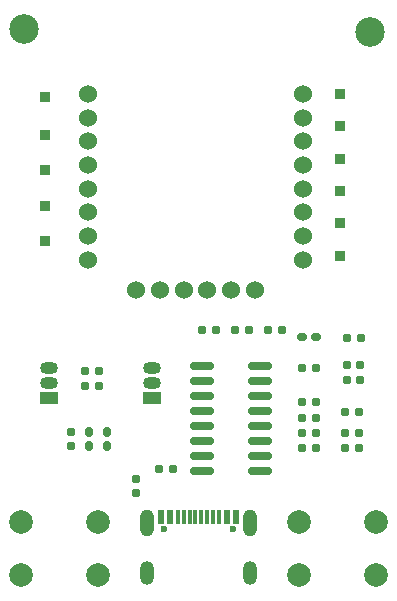
<source format=gbr>
%TF.GenerationSoftware,KiCad,Pcbnew,7.0.9*%
%TF.CreationDate,2024-01-07T11:32:02+01:00*%
%TF.ProjectId,esp32_programmer,65737033-325f-4707-926f-6772616d6d65,rev?*%
%TF.SameCoordinates,Original*%
%TF.FileFunction,Soldermask,Top*%
%TF.FilePolarity,Negative*%
%FSLAX46Y46*%
G04 Gerber Fmt 4.6, Leading zero omitted, Abs format (unit mm)*
G04 Created by KiCad (PCBNEW 7.0.9) date 2024-01-07 11:32:02*
%MOMM*%
%LPD*%
G01*
G04 APERTURE LIST*
G04 Aperture macros list*
%AMRoundRect*
0 Rectangle with rounded corners*
0 $1 Rounding radius*
0 $2 $3 $4 $5 $6 $7 $8 $9 X,Y pos of 4 corners*
0 Add a 4 corners polygon primitive as box body*
4,1,4,$2,$3,$4,$5,$6,$7,$8,$9,$2,$3,0*
0 Add four circle primitives for the rounded corners*
1,1,$1+$1,$2,$3*
1,1,$1+$1,$4,$5*
1,1,$1+$1,$6,$7*
1,1,$1+$1,$8,$9*
0 Add four rect primitives between the rounded corners*
20,1,$1+$1,$2,$3,$4,$5,0*
20,1,$1+$1,$4,$5,$6,$7,0*
20,1,$1+$1,$6,$7,$8,$9,0*
20,1,$1+$1,$8,$9,$2,$3,0*%
G04 Aperture macros list end*
%ADD10R,0.850000X0.850000*%
%ADD11RoundRect,0.160000X0.160000X-0.222500X0.160000X0.222500X-0.160000X0.222500X-0.160000X-0.222500X0*%
%ADD12RoundRect,0.160000X-0.222500X-0.160000X0.222500X-0.160000X0.222500X0.160000X-0.222500X0.160000X0*%
%ADD13RoundRect,0.160000X0.197500X0.160000X-0.197500X0.160000X-0.197500X-0.160000X0.197500X-0.160000X0*%
%ADD14RoundRect,0.160000X-0.160000X0.197500X-0.160000X-0.197500X0.160000X-0.197500X0.160000X0.197500X0*%
%ADD15C,2.000000*%
%ADD16RoundRect,0.160000X-0.197500X-0.160000X0.197500X-0.160000X0.197500X0.160000X-0.197500X0.160000X0*%
%ADD17R,1.500000X1.050000*%
%ADD18O,1.500000X1.050000*%
%ADD19RoundRect,0.155000X-0.212500X-0.155000X0.212500X-0.155000X0.212500X0.155000X-0.212500X0.155000X0*%
%ADD20C,1.524000*%
%ADD21RoundRect,0.150000X0.825000X0.150000X-0.825000X0.150000X-0.825000X-0.150000X0.825000X-0.150000X0*%
%ADD22C,0.600000*%
%ADD23R,0.600000X1.160000*%
%ADD24R,0.300000X1.160000*%
%ADD25O,1.200000X2.300000*%
%ADD26O,1.200000X2.000000*%
%ADD27C,2.500000*%
G04 APERTURE END LIST*
D10*
%TO.C,PIN2*%
X157750000Y-104500000D03*
%TD*%
D11*
%TO.C,D3*%
X138000000Y-123322500D03*
X138000000Y-122177500D03*
%TD*%
D12*
%TO.C,D1*%
X154528598Y-114145646D03*
X155673598Y-114145646D03*
%TD*%
D10*
%TO.C,PIN16*%
X132750000Y-106000000D03*
%TD*%
D13*
%TO.C,R14*%
X143597500Y-125250000D03*
X142402500Y-125250000D03*
%TD*%
D10*
%TO.C,TX*%
X157750000Y-96250000D03*
%TD*%
D14*
%TO.C,R1*%
X140500000Y-126152500D03*
X140500000Y-127347500D03*
%TD*%
D13*
%TO.C,R6*%
X150033973Y-113500000D03*
X148838973Y-113500000D03*
%TD*%
D15*
%TO.C,SW2*%
X154250000Y-129750000D03*
X160750000Y-129750000D03*
X154250000Y-134250000D03*
X160750000Y-134250000D03*
%TD*%
D16*
%TO.C,R3*%
X136152500Y-117000000D03*
X137347500Y-117000000D03*
%TD*%
%TO.C,R4*%
X154511533Y-116732859D03*
X155706533Y-116732859D03*
%TD*%
D14*
%TO.C,R9*%
X135000000Y-122152500D03*
X135000000Y-123347500D03*
%TD*%
D17*
%TO.C,Q2*%
X141860000Y-119270000D03*
D18*
X141860000Y-118000000D03*
X141860000Y-116730000D03*
%TD*%
D19*
%TO.C,C1*%
X158286771Y-116500000D03*
X159421771Y-116500000D03*
%TD*%
D20*
%TO.C,U2*%
X136400000Y-93550000D03*
X136400000Y-95550000D03*
X136400000Y-97550000D03*
X136400000Y-99550000D03*
X136400000Y-101550000D03*
X136400000Y-103550000D03*
X136400000Y-105550000D03*
X136400000Y-107550000D03*
X140500000Y-110150000D03*
X142500000Y-110150000D03*
X144500000Y-110150000D03*
X146500000Y-110150000D03*
X148500000Y-110150000D03*
X150500000Y-110150000D03*
X154600000Y-107550000D03*
X154600000Y-105550000D03*
X154600000Y-103550000D03*
X154600000Y-101550000D03*
X154600000Y-99550000D03*
X154600000Y-97550000D03*
X154600000Y-95550000D03*
X154600000Y-93550000D03*
%TD*%
D16*
%TO.C,R8*%
X146067814Y-113500000D03*
X147262814Y-113500000D03*
%TD*%
D10*
%TO.C,BOOT*%
X132750000Y-97000000D03*
%TD*%
D21*
%TO.C,U1*%
X150975000Y-125445000D03*
X150975000Y-124175000D03*
X150975000Y-122905000D03*
X150975000Y-121635000D03*
X150975000Y-120365000D03*
X150975000Y-119095000D03*
X150975000Y-117825000D03*
X150975000Y-116555000D03*
X146025000Y-116555000D03*
X146025000Y-117825000D03*
X146025000Y-119095000D03*
X146025000Y-120365000D03*
X146025000Y-121635000D03*
X146025000Y-122905000D03*
X146025000Y-124175000D03*
X146025000Y-125445000D03*
%TD*%
D16*
%TO.C,R10*%
X154488229Y-119605610D03*
X155683229Y-119605610D03*
%TD*%
D22*
%TO.C,P1*%
X142860000Y-130385000D03*
X148640000Y-130385000D03*
D23*
X142550000Y-129365000D03*
X143350000Y-129365000D03*
D24*
X144500000Y-129365000D03*
X145500000Y-129365000D03*
X146000000Y-129365000D03*
X147000000Y-129365000D03*
D23*
X148150000Y-129365000D03*
X148950000Y-129365000D03*
X148950000Y-129365000D03*
X148150000Y-129365000D03*
D24*
X147500000Y-129365000D03*
X146500000Y-129365000D03*
X145000000Y-129365000D03*
X144000000Y-129365000D03*
D23*
X143350000Y-129365000D03*
X142550000Y-129365000D03*
D25*
X141425000Y-129885000D03*
D26*
X141425000Y-134085000D03*
D25*
X150075000Y-129885000D03*
D26*
X150075000Y-134085000D03*
%TD*%
D11*
%TO.C,D2*%
X136500000Y-123322500D03*
X136500000Y-122177500D03*
%TD*%
D10*
%TO.C,EN*%
X132750000Y-100000000D03*
%TD*%
D27*
%TO.C,H13*%
X160250000Y-88250000D03*
%TD*%
D13*
%TO.C,R5*%
X152847500Y-113500000D03*
X151652500Y-113500000D03*
%TD*%
D19*
%TO.C,C2*%
X158286771Y-117750000D03*
X159421771Y-117750000D03*
%TD*%
D10*
%TO.C,RX*%
X157750000Y-99000000D03*
%TD*%
%TO.C,~RST*%
X157750000Y-93500000D03*
%TD*%
%TO.C,PIN15*%
X157750000Y-107250000D03*
%TD*%
D17*
%TO.C,Q1*%
X133110000Y-119270000D03*
D18*
X133110000Y-118000000D03*
X133110000Y-116730000D03*
%TD*%
D10*
%TO.C,PIN0*%
X157750000Y-101750000D03*
%TD*%
D16*
%TO.C,R12*%
X154484496Y-122236341D03*
X155679496Y-122236341D03*
%TD*%
D27*
%TO.C,H12*%
X131000000Y-88000000D03*
%TD*%
D15*
%TO.C,SW1*%
X137250000Y-134250000D03*
X130750000Y-134250000D03*
X137250000Y-129750000D03*
X130750000Y-129750000D03*
%TD*%
D19*
%TO.C,C4*%
X158182500Y-122250000D03*
X159317500Y-122250000D03*
%TD*%
D13*
%TO.C,R7*%
X159500000Y-114236187D03*
X158305000Y-114236187D03*
%TD*%
D16*
%TO.C,R11*%
X154500000Y-120965346D03*
X155695000Y-120965346D03*
%TD*%
D13*
%TO.C,R2*%
X137347500Y-118250000D03*
X136152500Y-118250000D03*
%TD*%
D10*
%TO.C,GND*%
X132750000Y-103000000D03*
%TD*%
D16*
%TO.C,R13*%
X154478195Y-123500000D03*
X155673195Y-123500000D03*
%TD*%
D19*
%TO.C,C5*%
X158182500Y-123500000D03*
X159317500Y-123500000D03*
%TD*%
D10*
%TO.C,+5V*%
X132750000Y-93750000D03*
%TD*%
D19*
%TO.C,C3*%
X158182500Y-120440000D03*
X159317500Y-120440000D03*
%TD*%
M02*

</source>
